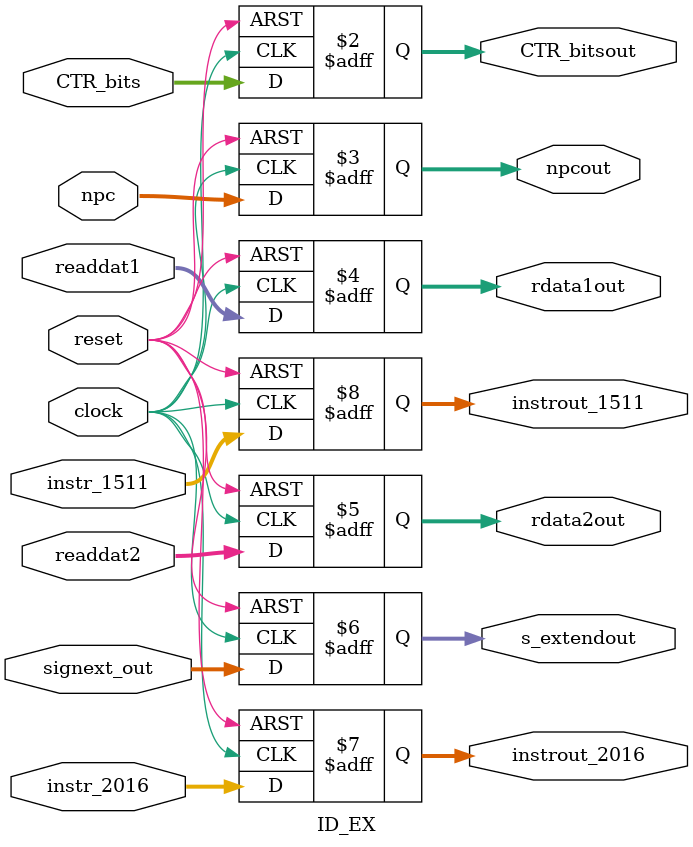
<source format=v>

module ID_EX(clock, reset, CTR_bits, npc,        // Input clock, control bits, and npc
             readdat1, readdat2, signext_out,                  // Input data1 and data2 and sign extended immed
             instr_2016, instr_1511,          // Input IFID_instr[20-16] and [15-11]
             CTR_bitsout, npcout, rdata1out, rdata2out, s_extendout, instrout_2016, instrout_1511); // Outputs

  // Define inputs
  input clock, reset;
  input [8:0] CTR_bits;                                         // 9-bit control bits
  input [31:0] readdat1, readdat2, signext_out, npc;            // Input 32 bit data values, npc
  input [4:0] instr_2016, instr_1511;

  // Define outputs
  output [8:0] CTR_bitsout;
  output [31:0] npcout, rdata1out, rdata2out, s_extendout;
  output [4:0] instrout_2016, instrout_1511;


  // Storage register definitions
  (* dont_touch = "true" *)reg [8:0] CTR_bitsout;
  (* dont_touch = "true" *)reg [31:0] rdata1out, rdata2out, s_extendout, npcout;
  (* dont_touch = "true" *)reg [4:0] instrout_2016, instrout_1511;



  always @(posedge clock or posedge reset) begin
    if (reset) begin
      CTR_bitsout <= 0;
      npcout <= 0;
      rdata1out <= 0;
      rdata2out <= 0;
      s_extendout <= 0;
      instrout_2016 <= 0;
      instrout_1511 <= 0;
    end
    else begin
      CTR_bitsout <= CTR_bits;
      npcout <= npc;
      rdata1out <= readdat1;
      rdata2out <= readdat2;
      s_extendout <= signext_out;
      instrout_2016 <= instr_2016;
      instrout_1511 <= instr_1511;
    end
  end

endmodule

</source>
